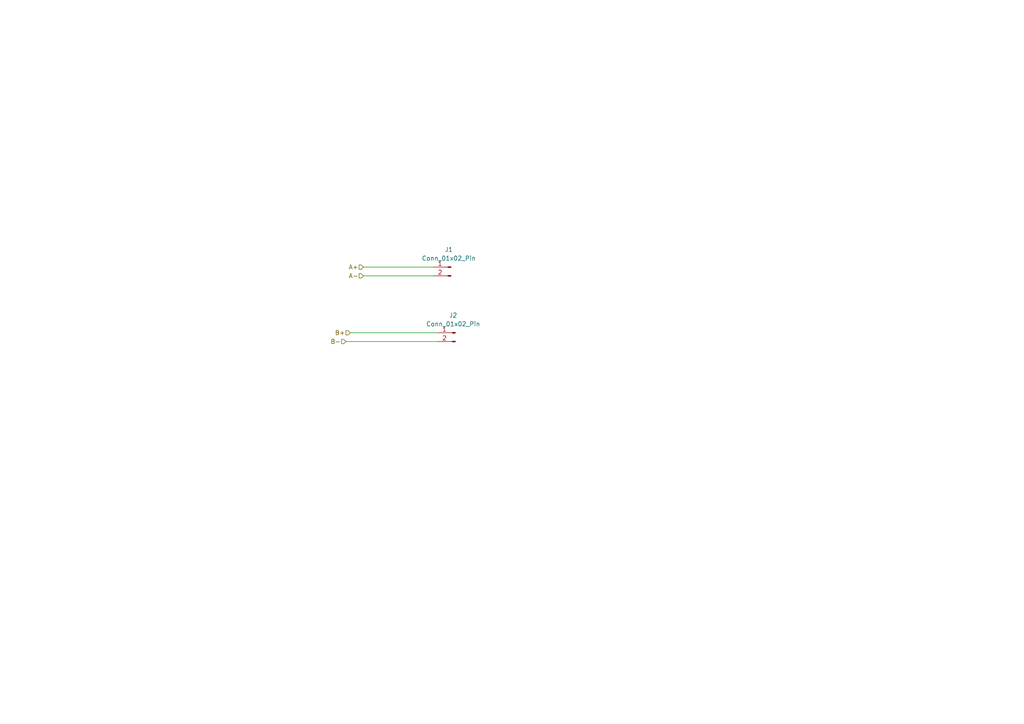
<source format=kicad_sch>
(kicad_sch (version 20231120) (generator "eeschema") (generator_version "8.0")
  (paper "A4")
  (lib_symbols
    (symbol "Connector:Conn_01x02_Pin" (pin_names (offset 1.016) hide)
      (property "Reference" "J" (at 0 2.54 0))
      (property "Value" "Conn_01x02_Pin" (at 0 -5.08 0))
      (symbol "Conn_01x02_Pin_1_1"
        (polyline (pts (xy 1.27 -2.54) (xy 0.8636 -2.54)) (stroke (width 0.1524)))
        (polyline (pts (xy 1.27 0) (xy 0.8636 0)) (stroke (width 0.1524)))
        (rectangle (start 0.8636 -2.413) (end 0 -2.667) (stroke (width 0.1524)) (fill (type outline)))
        (rectangle (start 0.8636 0.127) (end 0 -0.127) (stroke (width 0.1524)) (fill (type outline)))
        (pin passive line (at 5.08 0 180) (length 3.81) (name "Pin_1") (number "1"))
        (pin passive line (at 5.08 -2.54 180) (length 3.81) (name "Pin_2") (number "2"))
      )
    )
  )
  (wire (pts (xy 105.41 80.01) (xy 125.73 80.01)))
  (wire (pts (xy 100.33 99.06) (xy 127 99.06)))
  (wire (pts (xy 105.41 77.47) (xy 125.73 77.47)))
  (wire (pts (xy 127 96.52) (xy 101.6 96.52)))
  (hierarchical_label "A-" (shape input) (at 105.41 80.01 180))
  (hierarchical_label "B-" (shape input) (at 100.33 99.06 180))
  (hierarchical_label "A+" (shape input) (at 105.41 77.47 180))
  (hierarchical_label "B+" (shape input) (at 101.6 96.52 180))
  (symbol (lib_id "Connector:Conn_01x02_Pin") (at 132.08 96.52 0) (mirror y) (unit 1)
    (property "Reference" "J2" (at 131.445 91.44 0))
    (property "Value" "Conn_01x02_Pin" (at 131.445 93.98 0))
    (property "Footprint" "Connector_Phoenix_MC:PhoenixContact_MC_1,5_2-G-3.5_1x02_P3.50mm_Horizontal" (effects (hide yes)))
    (property "Description" "Generic connector, single row, 01x02, script generated" (effects (hide yes)))
  )
  (symbol (lib_id "Connector:Conn_01x02_Pin") (at 130.81 77.47 0) (mirror y) (unit 1)
    (property "Reference" "J1" (at 130.175 72.39 0))
    (property "Value" "Conn_01x02_Pin" (at 130.175 74.93 0))
    (property "Footprint" "Connector_Phoenix_MC:PhoenixContact_MC_1,5_2-G-3.5_1x02_P3.50mm_Horizontal" (effects (hide yes)))
    (property "Description" "Generic connector, single row, 01x02, script generated" (effects (hide yes)))
  )
)
</source>
